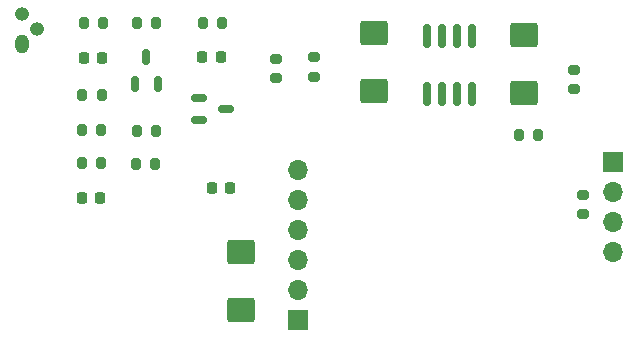
<source format=gbr>
%TF.GenerationSoftware,KiCad,Pcbnew,7.0.8*%
%TF.CreationDate,2025-06-05T10:18:12-04:00*%
%TF.ProjectId,happless,68617070-6c65-4737-932e-6b696361645f,rev?*%
%TF.SameCoordinates,Original*%
%TF.FileFunction,Soldermask,Top*%
%TF.FilePolarity,Negative*%
%FSLAX46Y46*%
G04 Gerber Fmt 4.6, Leading zero omitted, Abs format (unit mm)*
G04 Created by KiCad (PCBNEW 7.0.8) date 2025-06-05 10:18:12*
%MOMM*%
%LPD*%
G01*
G04 APERTURE LIST*
G04 Aperture macros list*
%AMRoundRect*
0 Rectangle with rounded corners*
0 $1 Rounding radius*
0 $2 $3 $4 $5 $6 $7 $8 $9 X,Y pos of 4 corners*
0 Add a 4 corners polygon primitive as box body*
4,1,4,$2,$3,$4,$5,$6,$7,$8,$9,$2,$3,0*
0 Add four circle primitives for the rounded corners*
1,1,$1+$1,$2,$3*
1,1,$1+$1,$4,$5*
1,1,$1+$1,$6,$7*
1,1,$1+$1,$8,$9*
0 Add four rect primitives between the rounded corners*
20,1,$1+$1,$2,$3,$4,$5,0*
20,1,$1+$1,$4,$5,$6,$7,0*
20,1,$1+$1,$6,$7,$8,$9,0*
20,1,$1+$1,$8,$9,$2,$3,0*%
G04 Aperture macros list end*
%ADD10RoundRect,0.200000X-0.200000X-0.275000X0.200000X-0.275000X0.200000X0.275000X-0.200000X0.275000X0*%
%ADD11RoundRect,0.150000X0.150000X-0.825000X0.150000X0.825000X-0.150000X0.825000X-0.150000X-0.825000X0*%
%ADD12RoundRect,0.200000X0.275000X-0.200000X0.275000X0.200000X-0.275000X0.200000X-0.275000X-0.200000X0*%
%ADD13RoundRect,0.250000X-0.925000X0.787500X-0.925000X-0.787500X0.925000X-0.787500X0.925000X0.787500X0*%
%ADD14RoundRect,0.200000X0.200000X0.275000X-0.200000X0.275000X-0.200000X-0.275000X0.200000X-0.275000X0*%
%ADD15RoundRect,0.250000X0.925000X-0.787500X0.925000X0.787500X-0.925000X0.787500X-0.925000X-0.787500X0*%
%ADD16O,1.200000X1.600000*%
%ADD17O,1.200000X1.200000*%
%ADD18R,1.700000X1.700000*%
%ADD19O,1.700000X1.700000*%
%ADD20RoundRect,0.200000X-0.275000X0.200000X-0.275000X-0.200000X0.275000X-0.200000X0.275000X0.200000X0*%
%ADD21RoundRect,0.225000X-0.225000X-0.250000X0.225000X-0.250000X0.225000X0.250000X-0.225000X0.250000X0*%
%ADD22RoundRect,0.150000X-0.512500X-0.150000X0.512500X-0.150000X0.512500X0.150000X-0.512500X0.150000X0*%
%ADD23RoundRect,0.150000X0.150000X-0.512500X0.150000X0.512500X-0.150000X0.512500X-0.150000X-0.512500X0*%
G04 APERTURE END LIST*
D10*
%TO.C,R2*%
X92037400Y-71932800D03*
X93687400Y-71932800D03*
%TD*%
D11*
%TO.C,U1*%
X121093800Y-77975000D03*
X122363800Y-77975000D03*
X123633800Y-77975000D03*
X124903800Y-77975000D03*
X124903800Y-73025000D03*
X123633800Y-73025000D03*
X122363800Y-73025000D03*
X121093800Y-73025000D03*
%TD*%
D10*
%TO.C,R3*%
X96507800Y-71932800D03*
X98157800Y-71932800D03*
%TD*%
D12*
%TO.C,R13*%
X111506000Y-76504800D03*
X111506000Y-74854800D03*
%TD*%
D10*
%TO.C,R1*%
X91834200Y-83820000D03*
X93484200Y-83820000D03*
%TD*%
%TO.C,R9*%
X102108000Y-71932800D03*
X103758000Y-71932800D03*
%TD*%
D13*
%TO.C,C4*%
X116636800Y-72799000D03*
X116636800Y-77724000D03*
%TD*%
D12*
%TO.C,R12*%
X108284800Y-76606400D03*
X108284800Y-74956400D03*
%TD*%
D14*
%TO.C,R8*%
X98056200Y-83870800D03*
X96406200Y-83870800D03*
%TD*%
D15*
%TO.C,C5*%
X129286000Y-77849700D03*
X129286000Y-72924700D03*
%TD*%
D16*
%TO.C,Q1*%
X86817200Y-73761600D03*
D17*
X88087200Y-72491600D03*
X86817200Y-71221600D03*
%TD*%
D10*
%TO.C,R5*%
X91834200Y-80975200D03*
X93484200Y-80975200D03*
%TD*%
D12*
%TO.C,R14*%
X134264400Y-88138000D03*
X134264400Y-86488000D03*
%TD*%
D18*
%TO.C,J2*%
X110185200Y-97078800D03*
D19*
X110185200Y-94538800D03*
X110185200Y-91998800D03*
X110185200Y-89458800D03*
X110185200Y-86918800D03*
X110185200Y-84378800D03*
%TD*%
D18*
%TO.C,J1*%
X136804400Y-83718400D03*
D19*
X136804400Y-86258400D03*
X136804400Y-88798400D03*
X136804400Y-91338400D03*
%TD*%
D20*
%TO.C,R10*%
X133502400Y-75883000D03*
X133502400Y-77533000D03*
%TD*%
D21*
%TO.C,C1*%
X92049600Y-74930000D03*
X93599600Y-74930000D03*
%TD*%
D15*
%TO.C,C6*%
X105308400Y-96239300D03*
X105308400Y-91314300D03*
%TD*%
D10*
%TO.C,R11*%
X128867400Y-81432400D03*
X130517400Y-81432400D03*
%TD*%
D21*
%TO.C,C7*%
X102844000Y-85953600D03*
X104394000Y-85953600D03*
%TD*%
%TO.C,C2*%
X91871200Y-86766400D03*
X93421200Y-86766400D03*
%TD*%
D22*
%TO.C,Q3*%
X101752400Y-78262400D03*
X101752400Y-80162400D03*
X104027400Y-79212400D03*
%TD*%
D14*
%TO.C,R6*%
X98157800Y-81076800D03*
X96507800Y-81076800D03*
%TD*%
D23*
%TO.C,Q2*%
X96367600Y-77114400D03*
X98267600Y-77114400D03*
X97317600Y-74839400D03*
%TD*%
D21*
%TO.C,C3*%
X102057200Y-74828400D03*
X103607200Y-74828400D03*
%TD*%
D14*
%TO.C,R4*%
X93535000Y-78028800D03*
X91885000Y-78028800D03*
%TD*%
M02*

</source>
